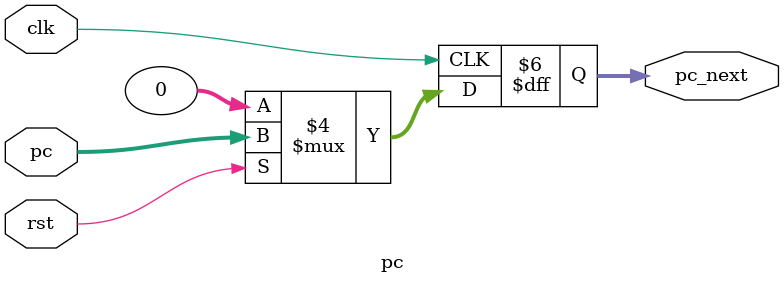
<source format=v>
module pc(pc,rst,clk,pc_next);
   input [31:0]pc;
   input rst,clk;

   output reg [31:0] pc_next;

   always @(posedge clk) begin
     if (rst == 1'b0) begin
       pc_next <= 32'h00000000;
     end
     else begin
       pc_next <= pc;
     end    
   end
endmodule
</source>
